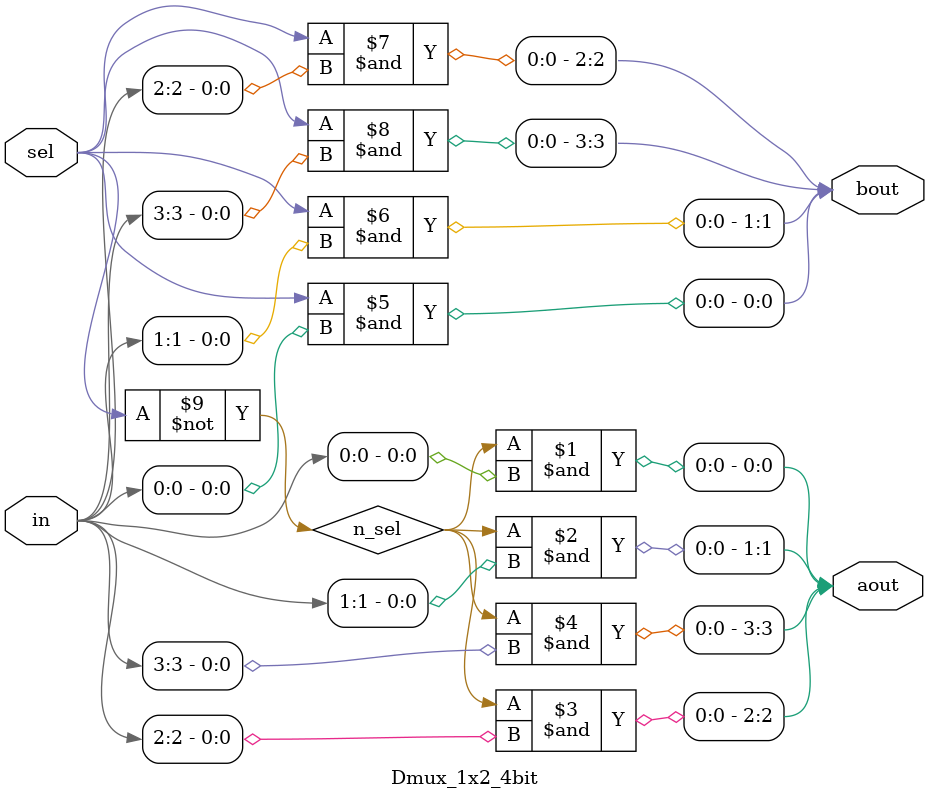
<source format=v>
`timescale 1ns/1ps

module Dmux_1x4_4bit(in, a, b, c, d, sel);
    input [4-1:0] in;
    input [2-1:0] sel;
    output [4-1:0] a, b, c, d;
    wire [3:0] con1, con2;
    Dmux_1x2_4bit D1(in, con1, con2, sel[0]);
    Dmux_1x2_4bit D2(con1, a, c, sel[1]);
    Dmux_1x2_4bit D3(con2, b, d, sel[1]);
endmodule

module Dmux_1x2_4bit(in, aout, bout, sel);
    input [3:0] in;
    input sel;
    output [3:0] aout, bout;
    not not_sel(n_sel, sel);
    and a_0(aout[0], n_sel, in[0]);
    and a_1(aout[1], n_sel, in[1]);
    and a_2(aout[2], n_sel, in[2]);
    and a_3(aout[3], n_sel, in[3]);
    and b_0(bout[0], sel, in[0]);
    and b_1(bout[1], sel, in[1]);
    and b_2(bout[2], sel, in[2]);
    and b_3(bout[3], sel, in[3]);
endmodule
</source>
